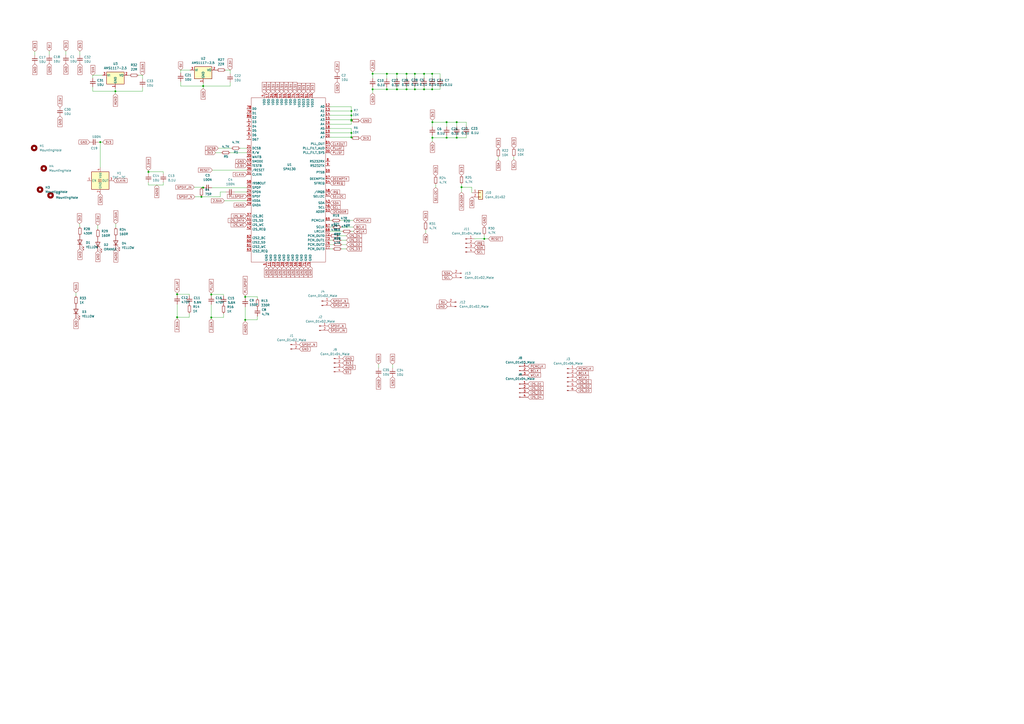
<source format=kicad_sch>
(kicad_sch (version 20230121) (generator eeschema)
  (paper "A2")
  (junction (at 116.84 114.173))
  (junction (at 259.08 70.866))
  (junction (at 245.999 51.816))
  (junction (at 235.839 42.799))
  (junction (at 250.698 42.799))
  (junction (at 142.24 185.547))
  (junction (at 122.555 170.815))
  (junction (at 267.716 108.585))
  (junction (at 240.665 42.799))
  (junction (at 245.999 42.799))
  (junction (at 216.154 42.799))
  (junction (at 250.825 70.866))
  (junction (at 86.106 99.695))
  (junction (at 203.835 77.089))
  (junction (at 102.743 170.688))
  (junction (at 224.409 51.816))
  (junction (at 250.825 79.883))
  (junction (at 122.555 184.15))
  (junction (at 259.08 79.883))
  (junction (at 216.154 51.816))
  (junction (at 66.929 52.959))
  (junction (at 203.835 79.629))
  (junction (at 230.251 42.799))
  (junction (at 58.166 82.423))
  (junction (at 235.839 51.816))
  (junction (at 264.922 70.866))
  (junction (at 203.835 64.389))
  (junction (at 280.924 138.557))
  (junction (at 102.743 184.023))
  (junction (at 264.922 79.883))
  (junction (at 240.665 51.816))
  (junction (at 117.856 49.911))
  (junction (at 203.835 69.469))
  (junction (at 203.835 66.929))
  (junction (at 117.856 108.839))
  (junction (at 203.835 69.977))
  (junction (at 224.409 42.799))
  (junction (at 142.24 172.212))
  (junction (at 230.251 51.816))
  (junction (at 250.698 51.816))
  (wire (pts (xy 298.069 90.932) (xy 298.069 92.583)))
  (wire (pts (xy 245.999 51.816) (xy 250.698 51.816)))
  (wire (pts (xy 142.24 185.547) (xy 142.24 186.436)))
  (wire (pts (xy 122.555 170.815) (xy 122.555 171.577)))
  (wire (pts (xy 20.193 32.004) (xy 20.193 29.845)))
  (wire (pts (xy 74.549 43.688) (xy 75.184 43.688)))
  (wire (pts (xy 216.154 42.799) (xy 216.154 45.466)))
  (wire (pts (xy 203.835 79.629) (xy 203.835 80.137)))
  (wire (pts (xy 109.855 171.577) (xy 109.855 170.688)))
  (wire (pts (xy 245.999 50.292) (xy 245.999 51.816)))
  (wire (pts (xy 117.856 51.308) (xy 117.856 49.911)))
  (wire (pts (xy 250.698 45.339) (xy 250.698 42.799)))
  (wire (pts (xy 227.711 213.487) (xy 227.711 211.328)))
  (wire (pts (xy 259.08 78.613) (xy 259.08 79.883)))
  (wire (pts (xy 94.742 99.695) (xy 86.106 99.695)))
  (wire (pts (xy 270.51 70.866) (xy 264.922 70.866)))
  (wire (pts (xy 46.101 129.794) (xy 46.355 131.572)))
  (wire (pts (xy 149.352 183.515) (xy 149.225 185.547)))
  (wire (pts (xy 270.51 79.883) (xy 264.922 79.883)))
  (wire (pts (xy 191.389 66.929) (xy 203.835 66.929)))
  (wire (pts (xy 82.677 50.8) (xy 82.677 52.959)))
  (wire (pts (xy 246.888 133.604) (xy 246.888 135.255)))
  (wire (pts (xy 122.555 176.657) (xy 122.555 184.15)))
  (wire (pts (xy 149.352 172.212) (xy 142.24 172.212)))
  (wire (pts (xy 94.742 100.711) (xy 94.742 99.695)))
  (wire (pts (xy 133.477 88.519) (xy 143.129 88.519)))
  (wire (pts (xy 94.742 105.791) (xy 94.742 107.315)))
  (wire (pts (xy 192.913 131.699) (xy 191.389 131.699)))
  (wire (pts (xy 203.835 61.849) (xy 191.389 61.849)))
  (wire (pts (xy 142.24 178.054) (xy 142.24 185.547)))
  (wire (pts (xy 289.052 91.186) (xy 289.052 92.837)))
  (wire (pts (xy 104.775 40.64) (xy 110.236 40.64)))
  (wire (pts (xy 58.166 82.423) (xy 57.15 82.423)))
  (wire (pts (xy 102.743 170.688) (xy 102.743 171.45)))
  (wire (pts (xy 200.914 141.859) (xy 198.374 141.859)))
  (wire (pts (xy 191.389 79.629) (xy 203.835 79.629)))
  (wire (pts (xy 224.409 51.816) (xy 216.154 51.816)))
  (wire (pts (xy 204.978 127.889) (xy 197.485 127.889)))
  (wire (pts (xy 149.352 173.228) (xy 149.352 172.212)))
  (wire (pts (xy 46.355 31.877) (xy 46.355 29.718)))
  (wire (pts (xy 192.913 139.319) (xy 191.389 139.319)))
  (wire (pts (xy 255.27 50.419) (xy 255.27 51.816)))
  (wire (pts (xy 122.936 108.839) (xy 143.129 108.839)))
  (wire (pts (xy 122.555 170.053) (xy 122.555 170.815)))
  (wire (pts (xy 235.839 42.799) (xy 240.665 42.799)))
  (wire (pts (xy 130.175 116.459) (xy 143.129 116.459)))
  (wire (pts (xy 235.839 50.292) (xy 235.839 51.816)))
  (wire (pts (xy 66.929 54.356) (xy 66.929 52.959)))
  (wire (pts (xy 126.619 85.979) (xy 134.239 85.979)))
  (wire (pts (xy 123.19 98.679) (xy 143.129 98.679)))
  (wire (pts (xy 191.389 74.549) (xy 203.835 74.549)))
  (wire (pts (xy 200.914 139.319) (xy 197.993 139.319)))
  (wire (pts (xy 53.848 43.688) (xy 59.309 43.688)))
  (wire (pts (xy 104.775 47.371) (xy 104.775 49.911)))
  (wire (pts (xy 86.106 99.695) (xy 86.106 100.711)))
  (wire (pts (xy 122.555 184.15) (xy 129.667 184.15)))
  (wire (pts (xy 250.825 70.866) (xy 250.825 73.533)))
  (wire (pts (xy 273.685 108.585) (xy 267.716 108.585)))
  (wire (pts (xy 82.677 43.688) (xy 82.677 45.72)))
  (wire (pts (xy 28.575 31.75) (xy 28.575 29.591)))
  (wire (pts (xy 240.665 50.292) (xy 240.665 51.816)))
  (wire (pts (xy 129.667 170.815) (xy 122.555 170.815)))
  (wire (pts (xy 129.667 181.864) (xy 129.667 184.15)))
  (wire (pts (xy 53.848 45.339) (xy 53.848 43.688)))
  (wire (pts (xy 129.667 171.704) (xy 129.667 170.815)))
  (wire (pts (xy 59.563 82.423) (xy 58.166 82.423)))
  (wire (pts (xy 204.978 134.239) (xy 203.708 134.239)))
  (wire (pts (xy 122.555 184.15) (xy 122.555 185.039)))
  (wire (pts (xy 264.922 73.406) (xy 264.922 70.866)))
  (wire (pts (xy 86.106 98.933) (xy 86.106 99.695)))
  (wire (pts (xy 250.825 70.866) (xy 259.08 70.866)))
  (wire (pts (xy 200.914 144.399) (xy 198.12 144.399)))
  (wire (pts (xy 240.665 42.799) (xy 245.999 42.799)))
  (wire (pts (xy 203.835 69.469) (xy 203.835 69.977)))
  (wire (pts (xy 38.227 31.75) (xy 38.227 29.591)))
  (wire (pts (xy 203.835 61.849) (xy 203.835 64.389)))
  (wire (pts (xy 193.294 141.859) (xy 191.389 141.859)))
  (wire (pts (xy 56.769 130.683) (xy 56.769 132.842)))
  (wire (pts (xy 267.716 106.807) (xy 267.716 108.585)))
  (wire (pts (xy 264.922 79.883) (xy 259.08 79.883)))
  (wire (pts (xy 191.389 77.089) (xy 203.835 77.089)))
  (wire (pts (xy 267.716 108.585) (xy 267.716 111.506)))
  (wire (pts (xy 259.08 73.533) (xy 259.08 70.866)))
  (wire (pts (xy 142.24 185.547) (xy 149.225 185.547)))
  (wire (pts (xy 259.08 79.883) (xy 250.825 79.883)))
  (wire (pts (xy 203.835 74.549) (xy 203.835 77.089)))
  (wire (pts (xy 203.835 77.089) (xy 203.835 79.629)))
  (wire (pts (xy 86.106 105.791) (xy 86.106 107.315)))
  (wire (pts (xy 203.835 66.929) (xy 203.835 69.469)))
  (wire (pts (xy 109.855 181.737) (xy 109.855 184.023)))
  (wire (pts (xy 133.477 40.64) (xy 133.477 42.672)))
  (wire (pts (xy 191.389 64.389) (xy 203.835 64.389)))
  (wire (pts (xy 125.095 88.519) (xy 128.397 88.519)))
  (wire (pts (xy 133.477 47.752) (xy 133.477 49.911)))
  (wire (pts (xy 117.856 49.911) (xy 117.856 48.26)))
  (wire (pts (xy 273.685 111.76) (xy 273.685 108.585)))
  (wire (pts (xy 116.84 108.839) (xy 117.856 108.839)))
  (wire (pts (xy 142.24 171.45) (xy 142.24 172.212)))
  (wire (pts (xy 142.24 172.212) (xy 142.24 172.974)))
  (wire (pts (xy 280.924 136.271) (xy 280.924 138.557)))
  (wire (pts (xy 200.914 136.779) (xy 196.469 136.779)))
  (wire (pts (xy 127.762 111.379) (xy 127.762 114.173)))
  (wire (pts (xy 270.51 73.279) (xy 270.51 70.866)))
  (wire (pts (xy 240.665 45.212) (xy 240.665 42.799)))
  (wire (pts (xy 102.743 184.023) (xy 102.743 184.912)))
  (wire (pts (xy 53.848 52.959) (xy 66.929 52.959)))
  (wire (pts (xy 275.082 138.557) (xy 280.924 138.557)))
  (wire (pts (xy 66.929 52.959) (xy 66.929 51.308)))
  (wire (pts (xy 280.924 138.557) (xy 283.337 138.557)))
  (wire (pts (xy 149.352 178.435) (xy 149.352 178.308)))
  (wire (pts (xy 252.73 107.061) (xy 252.73 108.712)))
  (wire (pts (xy 104.775 42.291) (xy 104.775 40.64)))
  (wire (pts (xy 235.839 51.816) (xy 240.665 51.816)))
  (wire (pts (xy 86.106 107.315) (xy 94.742 107.315)))
  (wire (pts (xy 235.839 42.799) (xy 230.251 42.799)))
  (wire (pts (xy 53.848 50.419) (xy 53.848 52.959)))
  (wire (pts (xy 216.154 51.816) (xy 216.154 50.546)))
  (wire (pts (xy 102.743 184.023) (xy 109.855 184.023)))
  (wire (pts (xy 109.855 170.688) (xy 102.743 170.688)))
  (wire (pts (xy 245.999 45.212) (xy 245.999 42.799)))
  (wire (pts (xy 44.069 169.799) (xy 44.069 171.704)))
  (wire (pts (xy 250.698 51.816) (xy 255.27 51.816)))
  (wire (pts (xy 116.84 114.173) (xy 127.762 114.173)))
  (wire (pts (xy 82.677 52.959) (xy 66.929 52.959)))
  (wire (pts (xy 192.405 127.889) (xy 191.389 127.889)))
  (wire (pts (xy 224.409 42.799) (xy 230.251 42.799)))
  (wire (pts (xy 67.183 129.794) (xy 67.183 131.953)))
  (wire (pts (xy 216.154 41.656) (xy 216.154 42.799)))
  (wire (pts (xy 250.825 79.883) (xy 250.825 78.613)))
  (wire (pts (xy 250.825 82.169) (xy 250.825 79.883)))
  (wire (pts (xy 102.743 169.926) (xy 102.743 170.688)))
  (wire (pts (xy 136.144 111.379) (xy 143.129 111.379)))
  (wire (pts (xy 250.698 42.799) (xy 245.999 42.799)))
  (wire (pts (xy 230.251 51.816) (xy 224.409 51.816)))
  (wire (pts (xy 80.264 43.688) (xy 82.677 43.688)))
  (wire (pts (xy 230.251 50.419) (xy 230.251 51.816)))
  (wire (pts (xy 193.04 144.399) (xy 191.389 144.399)))
  (wire (pts (xy 191.389 69.469) (xy 203.835 69.469)))
  (wire (pts (xy 235.839 45.212) (xy 235.839 42.799)))
  (wire (pts (xy 58.166 82.423) (xy 58.166 97.155)))
  (wire (pts (xy 198.628 134.239) (xy 191.389 134.239)))
  (wire (pts (xy 255.27 45.339) (xy 255.27 42.799)))
  (wire (pts (xy 250.825 69.723) (xy 250.825 70.866)))
  (wire (pts (xy 255.27 42.799) (xy 250.698 42.799)))
  (wire (pts (xy 240.665 51.816) (xy 245.999 51.816)))
  (wire (pts (xy 264.922 78.486) (xy 264.922 79.883)))
  (wire (pts (xy 203.835 64.389) (xy 203.835 66.929)))
  (wire (pts (xy 203.835 72.009) (xy 191.389 72.009)))
  (wire (pts (xy 203.835 69.977) (xy 203.835 72.009)))
  (wire (pts (xy 125.476 40.64) (xy 125.73 40.64)))
  (wire (pts (xy 133.477 49.911) (xy 117.856 49.911)))
  (wire (pts (xy 204.978 131.699) (xy 197.993 131.699)))
  (wire (pts (xy 259.08 70.866) (xy 264.922 70.866)))
  (wire (pts (xy 127.762 111.379) (xy 131.064 111.379)))
  (wire (pts (xy 104.775 49.911) (xy 117.856 49.911)))
  (wire (pts (xy 235.839 51.816) (xy 230.251 51.816)))
  (wire (pts (xy 117.856 108.839) (xy 117.856 108.585)))
  (wire (pts (xy 116.84 114.173) (xy 113.03 114.173)))
  (wire (pts (xy 139.319 85.979) (xy 143.129 85.979)))
  (wire (pts (xy 224.409 45.466) (xy 224.409 42.799)))
  (wire (pts (xy 130.81 40.64) (xy 133.477 40.64)))
  (wire (pts (xy 250.698 50.419) (xy 250.698 51.816)))
  (wire (pts (xy 102.743 176.53) (xy 102.743 184.023)))
  (wire (pts (xy 216.154 42.799) (xy 224.409 42.799)))
  (wire (pts (xy 270.51 78.359) (xy 270.51 79.883)))
  (wire (pts (xy 230.251 45.339) (xy 230.251 42.799)))
  (wire (pts (xy 112.649 108.585) (xy 117.856 108.585)))
  (wire (pts (xy 116.84 113.919) (xy 116.84 114.173)))
  (wire (pts (xy 224.409 50.546) (xy 224.409 51.816)))
  (wire (pts (xy 219.583 213.36) (xy 219.583 211.201)))
  (wire (pts (xy 216.154 54.102) (xy 216.154 51.816)))
  (global_label "GND" (shape input) (at 44.069 184.404 270) (property "Intersheetrefs" "${INTERSHEET_REFS}" (effects hide)))
  (global_label "2.5VA" (shape input) (at 82.677 43.688 90) (property "Intersheetrefs" "${INTERSHEET_REFS}" (effects hide)))
  (global_label "2.5V" (shape input) (at 56.769 130.683 90) (property "Intersheetrefs" "${INTERSHEET_REFS}" (effects hide)))
  (global_label "2.5V" (shape input) (at 160.909 54.229 90) (property "Intersheetrefs" "${INTERSHEET_REFS}" (effects hide)))
  (global_label "SCL" (shape input) (at 262.636 161.036 180) (property "Intersheetrefs" "${INTERSHEET_REFS}" (effects hide)))
  (global_label "PLLAF" (shape input) (at 102.743 169.926 90) (property "Intersheetrefs" "${INTERSHEET_REFS}" (effects hide)))
  (global_label "GND" (shape input) (at 46.355 144.272 270) (property "Intersheetrefs" "${INTERSHEET_REFS}" (effects hide)))
  (global_label "5V" (shape input) (at 259.588 175.26 180) (property "Intersheetrefs" "${INTERSHEET_REFS}" (effects hide)))
  (global_label "I2S_D3" (shape input) (at 200.914 144.399 0) (property "Intersheetrefs" "${INTERSHEET_REFS}" (effects hide)))
  (global_label "2.5V" (shape input) (at 216.154 41.656 90) (property "Intersheetrefs" "${INTERSHEET_REFS}" (effects hide)))
  (global_label "GND" (shape input) (at 167.259 154.559 270) (property "Intersheetrefs" "${INTERSHEET_REFS}" (effects hide)))
  (global_label "SDA" (shape input) (at 289.052 92.837 270) (property "Intersheetrefs" "${INTERSHEET_REFS}" (effects hide)))
  (global_label "GND" (shape input) (at 58.166 112.395 270) (property "Intersheetrefs" "${INTERSHEET_REFS}" (effects hide)))
  (global_label "2.5V" (shape input) (at 165.989 54.229 90) (property "Intersheetrefs" "${INTERSHEET_REFS}" (effects hide)))
  (global_label "3V3" (shape input) (at 181.229 54.229 90) (property "Intersheetrefs" "${INTERSHEET_REFS}" (effects hide)))
  (global_label "3V3" (shape input) (at 250.825 69.723 90) (property "Intersheetrefs" "${INTERSHEET_REFS}" (effects hide)))
  (global_label "3V3" (shape input) (at 208.915 80.137 0) (property "Intersheetrefs" "${INTERSHEET_REFS}" (effects hide)))
  (global_label "GND" (shape input) (at 143.129 93.599 180) (property "Intersheetrefs" "${INTERSHEET_REFS}" (effects hide)))
  (global_label "AGND" (shape input) (at 90.932 107.315 270) (property "Intersheetrefs" "${INTERSHEET_REFS}" (effects hide)))
  (global_label "SELI2C" (shape input) (at 191.389 113.919 0) (property "Intersheetrefs" "${INTERSHEET_REFS}" (effects hide)))
  (global_label "3V3" (shape input) (at 176.149 54.229 90) (property "Intersheetrefs" "${INTERSHEET_REFS}" (effects hide)))
  (global_label "I2S_D2" (shape input) (at 200.914 141.859 0) (property "Intersheetrefs" "${INTERSHEET_REFS}" (effects hide)))
  (global_label "I2S_D4" (shape input) (at 200.914 136.779 0) (property "Intersheetrefs" "${INTERSHEET_REFS}" (effects hide)))
  (global_label "AGND" (shape input) (at 143.129 118.999 180) (property "Intersheetrefs" "${INTERSHEET_REFS}" (effects hide)))
  (global_label "CLKIN" (shape input) (at 65.786 104.775 0) (property "Intersheetrefs" "${INTERSHEET_REFS}" (effects hide)))
  (global_label "3V3" (shape input) (at 298.069 85.852 90) (property "Intersheetrefs" "${INTERSHEET_REFS}" (effects hide)))
  (global_label "I2CADDR" (shape input) (at 267.716 111.506 270) (property "Intersheetrefs" "${INTERSHEET_REFS}" (effects hide)))
  (global_label "SPDIF_N" (shape input) (at 113.03 114.173 180) (property "Intersheetrefs" "${INTERSHEET_REFS}" (effects hide)))
  (global_label "3V3" (shape input) (at 198.755 210.566 0) (property "Intersheetrefs" "${INTERSHEET_REFS}" (effects hide)))
  (global_label "CLKIN" (shape input) (at 143.129 101.219 180) (property "Intersheetrefs" "${INTERSHEET_REFS}" (effects hide)))
  (global_label "SELI2C" (shape input) (at 252.73 108.712 270) (property "Intersheetrefs" "${INTERSHEET_REFS}" (effects hide)))
  (global_label "GND" (shape input) (at 162.179 154.559 270) (property "Intersheetrefs" "${INTERSHEET_REFS}" (effects hide)))
  (global_label "3V3" (shape input) (at 38.227 29.591 90) (property "Intersheetrefs" "${INTERSHEET_REFS}" (effects hide)))
  (global_label "I2S_D2" (shape input) (at 306.197 225.298 0) (property "Intersheetrefs" "${INTERSHEET_REFS}" (effects hide)))
  (global_label "2.5V" (shape input) (at 143.129 96.139 180) (property "Intersheetrefs" "${INTERSHEET_REFS}" (effects hide)))
  (global_label "5VA" (shape input) (at 44.069 169.799 90) (property "Intersheetrefs" "${INTERSHEET_REFS}" (effects hide)))
  (global_label "WCLK" (shape input) (at 204.978 134.239 0) (property "Intersheetrefs" "${INTERSHEET_REFS}" (effects hide)))
  (global_label "GND" (shape input) (at 157.099 154.559 270) (property "Intersheetrefs" "${INTERSHEET_REFS}" (effects hide)))
  (global_label "2.5V" (shape input) (at 163.449 54.229 90) (property "Intersheetrefs" "${INTERSHEET_REFS}" (effects hide)))
  (global_label "GND" (shape input) (at 154.559 154.559 270) (property "Intersheetrefs" "${INTERSHEET_REFS}" (effects hide)))
  (global_label "I2S_D1" (shape input) (at 306.197 222.758 0) (property "Intersheetrefs" "${INTERSHEET_REFS}" (effects hide)))
  (global_label "CLKOUT" (shape input) (at 191.389 83.439 0) (property "Intersheetrefs" "${INTERSHEET_REFS}" (effects hide)))
  (global_label "SCL" (shape input) (at 275.082 146.177 0) (property "Intersheetrefs" "${INTERSHEET_REFS}" (effects hide)))
  (global_label "GND" (shape input) (at 280.924 131.191 90) (property "Intersheetrefs" "${INTERSHEET_REFS}" (effects hide)))
  (global_label "GND" (shape input) (at 273.685 114.3 270) (property "Intersheetrefs" "${INTERSHEET_REFS}" (effects hide)))
  (global_label "2.5V" (shape input) (at 158.369 54.229 90) (property "Intersheetrefs" "${INTERSHEET_REFS}" (effects hide)))
  (global_label "3V3" (shape input) (at 227.711 211.328 90) (property "Intersheetrefs" "${INTERSHEET_REFS}" (effects hide)))
  (global_label "SCL" (shape input) (at 191.389 120.269 0) (property "Intersheetrefs" "${INTERSHEET_REFS}" (effects hide)))
  (global_label "GND" (shape input) (at 198.755 208.026 0) (property "Intersheetrefs" "${INTERSHEET_REFS}" (effects hide)))
  (global_label "2.5V" (shape input) (at 153.289 54.229 90) (property "Intersheetrefs" "${INTERSHEET_REFS}" (effects hide)))
  (global_label "SDA" (shape input) (at 275.082 143.637 0) (property "Intersheetrefs" "${INTERSHEET_REFS}" (effects hide)))
  (global_label "I2S_D1" (shape input) (at 334.01 221.488 0) (property "Intersheetrefs" "${INTERSHEET_REFS}" (effects hide)))
  (global_label "PLLSPDIF" (shape input) (at 143.129 113.919 180) (property "Intersheetrefs" "${INTERSHEET_REFS}" (effects hide)))
  (global_label "AGND" (shape input) (at 219.583 218.44 270) (property "Intersheetrefs" "${INTERSHEET_REFS}" (effects hide)))
  (global_label "DEEMPTH" (shape input) (at 191.389 103.759 0) (property "Intersheetrefs" "${INTERSHEET_REFS}" (effects hide)))
  (global_label "GND" (shape input) (at 195.58 47.498 270) (property "Intersheetrefs" "${INTERSHEET_REFS}" (effects hide)))
  (global_label "GND" (shape input) (at 174.879 154.559 270) (property "Intersheetrefs" "${INTERSHEET_REFS}" (effects hide)))
  (global_label "PCMCLK" (shape input) (at 306.197 212.471 0) (property "Intersheetrefs" "${INTERSHEET_REFS}" (effects hide)))
  (global_label "GND" (shape input) (at 173.609 202.438 0) (property "Intersheetrefs" "${INTERSHEET_REFS}" (effects hide)))
  (global_label "2.5VA" (shape input) (at 86.106 98.933 90) (property "Intersheetrefs" "${INTERSHEET_REFS}" (effects hide)))
  (global_label "2.5V" (shape input) (at 171.069 54.229 90) (property "Intersheetrefs" "${INTERSHEET_REFS}" (effects hide)))
  (global_label "5VA" (shape input) (at 53.848 43.688 90) (property "Intersheetrefs" "${INTERSHEET_REFS}" (effects hide)))
  (global_label "GND" (shape input) (at 28.575 36.83 270) (property "Intersheetrefs" "${INTERSHEET_REFS}" (effects hide)))
  (global_label "3V3" (shape input) (at 289.052 86.106 90) (property "Intersheetrefs" "${INTERSHEET_REFS}" (effects hide)))
  (global_label "2.5VA" (shape input) (at 67.183 129.794 90) (property "Intersheetrefs" "${INTERSHEET_REFS}" (effects hide)))
  (global_label "AGND" (shape input) (at 198.755 213.106 0) (property "Intersheetrefs" "${INTERSHEET_REFS}" (effects hide)))
  (global_label "5V" (shape input) (at 28.575 29.591 90) (property "Intersheetrefs" "${INTERSHEET_REFS}" (effects hide)))
  (global_label "PLLAF" (shape input) (at 191.389 85.979 0) (property "Intersheetrefs" "${INTERSHEET_REFS}" (effects hide)))
  (global_label "2.5V" (shape input) (at 34.798 62.23 90) (property "Intersheetrefs" "${INTERSHEET_REFS}" (effects hide)))
  (global_label "GND" (shape input) (at 227.711 218.567 270) (property "Intersheetrefs" "${INTERSHEET_REFS}" (effects hide)))
  (global_label "GND" (shape input) (at 34.798 67.31 270) (property "Intersheetrefs" "${INTERSHEET_REFS}" (effects hide)))
  (global_label "I2S_DATA" (shape input) (at 143.129 127.889 180) (property "Intersheetrefs" "${INTERSHEET_REFS}" (effects hide)))
  (global_label "GND" (shape input) (at 216.154 54.102 270) (property "Intersheetrefs" "${INTERSHEET_REFS}" (effects hide)))
  (global_label "I2S_D3" (shape input) (at 334.01 226.568 0) (property "Intersheetrefs" "${INTERSHEET_REFS}" (effects hide)))
  (global_label "AGND" (shape input) (at 142.24 186.436 270) (property "Intersheetrefs" "${INTERSHEET_REFS}" (effects hide)))
  (global_label "AGND" (shape input) (at 66.929 54.356 270) (property "Intersheetrefs" "${INTERSHEET_REFS}" (effects hide)))
  (global_label "GND" (shape input) (at 56.769 145.542 270) (property "Intersheetrefs" "${INTERSHEET_REFS}" (effects hide)))
  (global_label "5V" (shape input) (at 198.755 215.646 0) (property "Intersheetrefs" "${INTERSHEET_REFS}" (effects hide)))
  (global_label "PCMCLK" (shape input) (at 204.978 127.889 0) (property "Intersheetrefs" "${INTERSHEET_REFS}" (effects hide)))
  (global_label "GND" (shape input) (at 259.588 177.8 180) (property "Intersheetrefs" "${INTERSHEET_REFS}" (effects hide)))
  (global_label "SDA" (shape input) (at 191.389 117.729 0) (property "Intersheetrefs" "${INTERSHEET_REFS}" (effects hide)))
  (global_label "IRQ" (shape input) (at 275.082 141.097 0) (property "Intersheetrefs" "${INTERSHEET_REFS}" (effects hide)))
  (global_label "I2S_BC" (shape input) (at 143.129 125.349 180) (property "Intersheetrefs" "${INTERSHEET_REFS}" (effects hide)))
  (global_label "3V3" (shape input) (at 59.563 82.423 0) (property "Intersheetrefs" "${INTERSHEET_REFS}" (effects hide)))
  (global_label "I2S_D3" (shape input) (at 306.197 227.838 0) (property "Intersheetrefs" "${INTERSHEET_REFS}" (effects hide)))
  (global_label "PLLSF" (shape input) (at 122.555 170.053 90) (property "Intersheetrefs" "${INTERSHEET_REFS}" (effects hide)))
  (global_label "SPDIF_N" (shape input) (at 191.643 174.625 0) (property "Intersheetrefs" "${INTERSHEET_REFS}" (effects hide)))
  (global_label "3V3" (shape input) (at 178.689 54.229 90) (property "Intersheetrefs" "${INTERSHEET_REFS}" (effects hide)))
  (global_label "SPDIF_N" (shape input) (at 190.246 189.103 0) (property "Intersheetrefs" "${INTERSHEET_REFS}" (effects hide)))
  (global_label "BCLK" (shape input) (at 204.978 131.699 0) (property "Intersheetrefs" "${INTERSHEET_REFS}" (effects hide)))
  (global_label "GND" (shape input) (at 177.419 154.559 270) (property "Intersheetrefs" "${INTERSHEET_REFS}" (effects hide)))
  (global_label "DCSB" (shape input) (at 126.619 85.979 180) (property "Intersheetrefs" "${INTERSHEET_REFS}" (effects hide)))
  (global_label "2.5V" (shape input) (at 133.477 40.64 90) (property "Intersheetrefs" "${INTERSHEET_REFS}" (effects hide)))
  (global_label "IRQ" (shape input) (at 246.888 135.255 270) (property "Intersheetrefs" "${INTERSHEET_REFS}" (effects hide)))
  (global_label "GND" (shape input) (at 172.339 154.559 270) (property "Intersheetrefs" "${INTERSHEET_REFS}" (effects hide)))
  (global_label "GND" (shape input) (at 46.355 36.957 270) (property "Intersheetrefs" "${INTERSHEET_REFS}" (effects hide)))
  (global_label "3V3" (shape input) (at 252.73 101.981 90) (property "Intersheetrefs" "${INTERSHEET_REFS}" (effects hide)))
  (global_label "I2CADDR" (shape input) (at 191.389 122.809 0) (property "Intersheetrefs" "${INTERSHEET_REFS}" (effects hide)))
  (global_label "AGND" (shape input) (at 67.183 144.653 270) (property "Intersheetrefs" "${INTERSHEET_REFS}" (effects hide)))
  (global_label "GND" (shape input) (at 20.193 37.084 270) (property "Intersheetrefs" "${INTERSHEET_REFS}" (effects hide)))
  (global_label "SDA" (shape input) (at 262.636 158.496 180) (property "Intersheetrefs" "${INTERSHEET_REFS}" (effects hide)))
  (global_label "BCLK" (shape input) (at 306.197 215.011 0) (property "Intersheetrefs" "${INTERSHEET_REFS}" (effects hide)))
  (global_label "GND" (shape input) (at 117.856 51.308 270) (property "Intersheetrefs" "${INTERSHEET_REFS}" (effects hide)))
  (global_label "2.5VA" (shape input) (at 130.175 116.459 180) (property "Intersheetrefs" "${INTERSHEET_REFS}" (effects hide)))
  (global_label "GND" (shape input) (at 169.799 154.559 270) (property "Intersheetrefs" "${INTERSHEET_REFS}" (effects hide)))
  (global_label "IRQ" (shape input) (at 191.389 111.379 0) (property "Intersheetrefs" "${INTERSHEET_REFS}" (effects hide)))
  (global_label "SPDIF_IN" (shape input) (at 191.643 177.165 0) (property "Intersheetrefs" "${INTERSHEET_REFS}" (effects hide)))
  (global_label "I2S_D2" (shape input) (at 334.01 224.028 0) (property "Intersheetrefs" "${INTERSHEET_REFS}" (effects hide)))
  (global_label "3V3" (shape input) (at 46.101 129.794 90) (property "Intersheetrefs" "${INTERSHEET_REFS}" (effects hide)))
  (global_label "3V3" (shape input) (at 246.888 128.524 90) (property "Intersheetrefs" "${INTERSHEET_REFS}" (effects hide)))
  (global_label "I2S_D1" (shape input) (at 200.914 139.319 0) (property "Intersheetrefs" "${INTERSHEET_REFS}" (effects hide)))
  (global_label "GND" (shape input) (at 38.227 36.83 270) (property "Intersheetrefs" "${INTERSHEET_REFS}" (effects hide)))
  (global_label "GND" (shape input) (at 159.639 154.559 270) (property "Intersheetrefs" "${INTERSHEET_REFS}" (effects hide)))
  (global_label "2.5V" (shape input) (at 168.529 54.229 90) (property "Intersheetrefs" "${INTERSHEET_REFS}" (effects hide)))
  (global_label "RESET" (shape input) (at 283.337 138.557 0) (property "Intersheetrefs" "${INTERSHEET_REFS}" (effects hide)))
  (global_label "3V3" (shape input) (at 20.193 29.845 90) (property "Intersheetrefs" "${INTERSHEET_REFS}" (effects hide)))
  (global_label "2.5VA" (shape input) (at 102.743 184.912 270) (property "Intersheetrefs" "${INTERSHEET_REFS}" (effects hide)))
  (global_label "GND" (shape input) (at 179.959 154.559 270) (property "Intersheetrefs" "${INTERSHEET_REFS}" (effects hide)))
  (global_label "I2S_WC" (shape input) (at 143.129 130.429 180) (property "Intersheetrefs" "${INTERSHEET_REFS}" (effects hide)))
  (global_label "GND" (shape input) (at 208.915 69.977 0) (property "Intersheetrefs" "${INTERSHEET_REFS}" (effects hide)))
  (global_label "3V3" (shape input) (at 173.609 54.229 90) (property "Intersheetrefs" "${INTERSHEET_REFS}" (effects hide)))
  (global_label "2.5V" (shape input) (at 195.58 42.418 90) (property "Intersheetrefs" "${INTERSHEET_REFS}" (effects hide)))
  (global_label "2.5V" (shape input) (at 155.829 54.229 90) (property "Intersheetrefs" "${INTERSHEET_REFS}" (effects hide)))
  (global_label "GND" (shape input) (at 250.825 82.169 270) (property "Intersheetrefs" "${INTERSHEET_REFS}" (effects hide)))
  (global_label "I2S_D4" (shape input) (at 306.197 230.378 0) (property "Intersheetrefs" "${INTERSHEET_REFS}" (effects hide)))
  (global_label "PCMCLK" (shape input) (at 334.01 213.868 0) (property "Intersheetrefs" "${INTERSHEET_REFS}" (effects hide)))
  (global_label "SPDIF_IN" (shape input) (at 112.649 108.585 180) (property "Intersheetrefs" "${INTERSHEET_REFS}" (effects hide)))
  (global_label "PLLSPDIF" (shape input) (at 142.24 171.45 90) (property "Intersheetrefs" "${INTERSHEET_REFS}" (effects hide)))
  (global_label "GND" (shape input) (at 164.719 154.559 270) (property "Intersheetrefs" "${INTERSHEET_REFS}" (effects hide)))
  (global_label "WCLK" (shape input) (at 334.01 218.948 0) (property "Intersheetrefs" "${INTERSHEET_REFS}" (effects hide)))
  (global_label "PLLSF" (shape input) (at 191.389 88.519 0) (property "Intersheetrefs" "${INTERSHEET_REFS}" (effects hide)))
  (global_label "2.5VA" (shape input) (at 122.555 185.039 270) (property "Intersheetrefs" "${INTERSHEET_REFS}" (effects hide)))
  (global_label "3V3" (shape input) (at 46.355 29.718 90) (property "Intersheetrefs" "${INTERSHEET_REFS}" (effects hide)))
  (global_label "GND" (shape input) (at 52.07 82.423 180) (property "Intersheetrefs" "${INTERSHEET_REFS}" (effects hide)))
  (global_label "3V3" (shape input) (at 267.716 101.727 90) (property "Intersheetrefs" "${INTERSHEET_REFS}" (effects hide)))
  (global_label "BCLK" (shape input) (at 334.01 216.408 0) (property "Intersheetrefs" "${INTERSHEET_REFS}" (effects hide)))
  (global_label "3V3" (shape input) (at 125.095 88.519 180) (property "Intersheetrefs" "${INTERSHEET_REFS}" (effects hide)))
  (global_label "SFREQ" (shape input) (at 191.389 106.299 0) (property "Intersheetrefs" "${INTERSHEET_REFS}" (effects hide)))
  (global_label "SPDIF_N" (shape input) (at 173.609 199.898 0) (property "Intersheetrefs" "${INTERSHEET_REFS}" (effects hide)))
  (global_label "RESET" (shape input) (at 123.19 98.679 180) (property "Intersheetrefs" "${INTERSHEET_REFS}" (effects hide)))
  (global_label "5V" (shape input) (at 104.775 40.64 90) (property "Intersheetrefs" "${INTERSHEET_REFS}" (effects hide)))
  (global_label "SCL" (shape input) (at 298.069 92.583 270) (property "Intersheetrefs" "${INTERSHEET_REFS}" (effects hide)))
  (global_label "WCLK" (shape input) (at 306.197 217.551 0) (property "Intersheetrefs" "${INTERSHEET_REFS}" (effects hide)))
  (global_label "5VA" (shape input) (at 219.583 211.201 90) (property "Intersheetrefs" "${INTERSHEET_REFS}" (effects hide)))
  (global_label "SPDIF_IN" (shape input) (at 190.246 191.643 0) (property "Intersheetrefs" "${INTERSHEET_REFS}" (effects hide)))
  (symbol (lib_id "Device:C_Small") (at 133.477 45.212 0) (unit 1)
    (property "Reference" "C22" (at 135.89 43.9482 0) (effects (justify left)))
    (property "Value" "10U" (at 135.89 46.4882 0) (effects (justify left)))
    (property "Footprint" "Capacitor_SMD:C_1206_3216Metric_Pad1.33x1.80mm_HandSolder" (effects hide))
  )
  (symbol (lib_id "Device:C_Small") (at 216.154 48.006 0) (unit 1)
    (property "Reference" "C10" (at 218.821 46.7422 0) (effects (justify left)))
    (property "Value" "0.1U" (at 218.821 49.2822 0) (effects (justify left)))
    (property "Footprint" "Capacitor_SMD:C_0603_1608Metric_Pad1.08x0.95mm_HandSolder" (effects hide))
  )
  (symbol (lib_id "Device:C_Small") (at 34.798 64.77 0) (unit 1)
    (property "Reference" "C30" (at 37.211 63.5062 0) (effects (justify left)))
    (property "Value" "10U" (at 37.211 66.0462 0) (effects (justify left)))
    (property "Footprint" "Capacitor_SMD:C_1206_3216Metric_Pad1.33x1.80mm_HandSolder" (effects hide))
  )
  (symbol (lib_id "Connector:Conn_01x04_Male") (at 193.675 210.566 0) (unit 1)
    (property "Reference" "J9" (at 194.31 202.819 0))
    (property "Value" "Conn_01x04_Male" (at 194.31 205.359 0))
    (property "Footprint" "Connector_JST:JST_XH_B4B-XH-A_1x04_P2.50mm_Vertical" (effects hide))
  )
  (symbol (lib_id "Regulator_Linear:AMS1117-2.5") (at 117.856 40.64 0) (unit 1)
    (property "Reference" "U2" (at 117.856 33.909 0))
    (property "Value" "AMS1117-2.5" (at 117.856 36.449 0))
    (property "Footprint" "Package_TO_SOT_SMD:SOT-223" (effects hide))
    (property "Datasheet" "http://www.advanced-monolithic.com/pdf/ds1117.pdf" (effects hide))
  )
  (symbol (lib_id "Device:C_Small") (at 28.575 34.29 0) (unit 1)
    (property "Reference" "C18" (at 30.988 33.0262 0) (effects (justify left)))
    (property "Value" "10U" (at 30.988 35.5662 0) (effects (justify left)))
    (property "Footprint" "Capacitor_SMD:C_1206_3216Metric_Pad1.33x1.80mm_HandSolder" (effects hide))
  )
  (symbol (lib_id "Connector:Conn_01x02_Male") (at 186.563 174.625 0) (unit 1)
    (property "Reference" "J4" (at 187.198 169.037 0))
    (property "Value" "Conn_01x02_Male" (at 187.198 171.577 0))
    (property "Footprint" "Connector_JST:JST_PH_B2B-PH-K_1x02_P2.00mm_Vertical" (effects hide))
  )
  (symbol (lib_id "Connector:Conn_01x02_Male") (at 185.166 189.103 0) (unit 1)
    (property "Reference" "J2" (at 185.801 183.896 0))
    (property "Value" "Conn_01x02_Male" (at 185.801 186.436 0))
    (property "Footprint" "Connector_PinHeader_2.54mm:PinHeader_1x02_P2.54mm_Vertical" (effects hide))
  )
  (symbol (lib_id "Device:R_Small") (at 195.834 141.859 90) (unit 1)
    (property "Reference" "R17" (at 195.834 135.89 90))
    (property "Value" "47R" (at 195.834 138.43 90))
    (property "Footprint" "Resistor_SMD:R_0805_2012Metric_Pad1.20x1.40mm_HandSolder" (effects hide))
  )
  (symbol (lib_id "Device:C_Small") (at 94.742 103.251 0) (unit 1)
    (property "Reference" "C13" (at 97.409 101.9872 0) (effects (justify left)))
    (property "Value" "0.1U" (at 97.409 104.5272 0) (effects (justify left)))
    (property "Footprint" "Capacitor_SMD:C_0603_1608Metric_Pad1.08x0.95mm_HandSolder" (effects hide))
  )
  (symbol (lib_id "Device:R_Small") (at 67.183 134.493 0) (unit 1)
    (property "Reference" "R34" (at 69.215 133.2229 0) (effects (justify left)))
    (property "Value" "160R" (at 69.215 135.7629 0) (effects (justify left)))
    (property "Footprint" "Resistor_SMD:R_0603_1608Metric_Pad0.98x0.95mm_HandSolder" (effects hide))
  )
  (symbol (lib_id "Device:C_Small") (at 255.27 47.879 0) (unit 1)
    (property "Reference" "C7" (at 257.937 46.6152 0) (effects (justify left)))
    (property "Value" "0.1U" (at 257.937 49.1552 0) (effects (justify left)))
    (property "Footprint" "Capacitor_SMD:C_0603_1608Metric_Pad1.08x0.95mm_HandSolder" (effects hide))
  )
  (symbol (lib_id "Device:C_Small") (at 264.922 75.946 0) (unit 1)
    (property "Reference" "C20" (at 267.589 74.6822 0) (effects (justify left)))
    (property "Value" "0.1U" (at 267.589 77.2222 0) (effects (justify left)))
    (property "Footprint" "Capacitor_SMD:C_0603_1608Metric_Pad1.08x0.95mm_HandSolder" (effects hide))
  )
  (symbol (lib_id "Connector_Generic:Conn_01x02") (at 278.765 111.76 0) (unit 1)
    (property "Reference" "J10" (at 281.432 111.7599 0) (effects (justify left)))
    (property "Value" "Conn_01x02" (at 281.432 114.2999 0) (effects (justify left)))
    (property "Footprint" "Connector_PinHeader_2.54mm:PinHeader_1x02_P2.54mm_Vertical" (effects hide))
  )
  (symbol (lib_id "Device:R_Small") (at 267.716 104.267 0) (unit 1)
    (property "Reference" "R25" (at 269.748 102.9969 0) (effects (justify left)))
    (property "Value" "4.7K" (at 269.748 105.5369 0) (effects (justify left)))
    (property "Footprint" "Resistor_SMD:R_0603_1608Metric_Pad0.98x0.95mm_HandSolder" (effects hide))
  )
  (symbol (lib_id "Device:R_Small") (at 195.58 144.399 90) (unit 1)
    (property "Reference" "R15" (at 195.58 138.43 90))
    (property "Value" "47R" (at 195.58 140.97 90))
    (property "Footprint" "Resistor_SMD:R_0805_2012Metric_Pad1.20x1.40mm_HandSolder" (effects hide))
  )
  (symbol (lib_id "Device:R_Small") (at 44.069 174.244 0) (unit 1)
    (property "Reference" "R33" (at 46.101 172.9739 0) (effects (justify left)))
    (property "Value" "1K" (at 46.101 175.5139 0) (effects (justify left)))
    (property "Footprint" "Resistor_SMD:R_0603_1608Metric_Pad0.98x0.95mm_HandSolder" (effects hide))
  )
  (symbol (lib_id "Device:C_Small") (at 270.51 75.819 0) (unit 1)
    (property "Reference" "C23" (at 273.177 74.5552 0) (effects (justify left)))
    (property "Value" "0.1U" (at 273.177 77.0952 0) (effects (justify left)))
    (property "Footprint" "Capacitor_SMD:C_0603_1608Metric_Pad1.08x0.95mm_HandSolder" (effects hide))
  )
  (symbol (lib_id "Device:R_Small") (at 56.769 135.382 0) (unit 1)
    (property "Reference" "R29" (at 58.801 134.1119 0) (effects (justify left)))
    (property "Value" "160R" (at 58.801 136.6519 0) (effects (justify left)))
    (property "Footprint" "Resistor_SMD:R_0603_1608Metric_Pad0.98x0.95mm_HandSolder" (effects hide))
  )
  (symbol (lib_id "Device:C_Small") (at 46.355 34.417 0) (unit 1)
    (property "Reference" "C32" (at 48.768 33.1532 0) (effects (justify left)))
    (property "Value" "10U" (at 48.768 35.6932 0) (effects (justify left)))
    (property "Footprint" "Capacitor_SMD:C_1206_3216Metric_Pad1.33x1.80mm_HandSolder" (effects hide))
  )
  (symbol (lib_id "Device:LED") (at 44.069 180.594 90) (unit 1)
    (property "Reference" "D3" (at 47.498 180.9114 90) (effects (justify right)))
    (property "Value" "YELLOW" (at 47.498 183.4514 90) (effects (justify right)))
    (property "Footprint" "LED_SMD:LED_0805_2012Metric_Pad1.15x1.40mm_HandSolder" (effects hide))
  )
  (symbol (lib_id "Connector:Conn_01x04_Male") (at 301.117 225.298 0) (unit 1)
    (property "Reference" "J6" (at 301.752 217.17 0))
    (property "Value" "Conn_01x04_Male" (at 301.752 219.71 0))
    (property "Footprint" "Connector_JST:JST_PH_B4B-PH-K_1x04_P2.00mm_Vertical" (effects hide))
  )
  (symbol (lib_id "Device:C_Small") (at 250.698 47.879 0) (unit 1)
    (property "Reference" "C24" (at 253.365 46.6152 0) (effects (justify left)))
    (property "Value" "0.1U" (at 253.365 49.1552 0) (effects (justify left)))
    (property "Footprint" "Capacitor_SMD:C_0603_1608Metric_Pad1.08x0.95mm_HandSolder" (effects hide))
  )
  (symbol (lib_id "Device:C_Small") (at 219.583 215.9 0) (unit 1)
    (property "Reference" "C35" (at 221.996 214.6362 0) (effects (justify left)))
    (property "Value" "10U" (at 221.996 217.1762 0) (effects (justify left)))
    (property "Footprint" "Capacitor_SMD:C_1206_3216Metric_Pad1.33x1.80mm_HandSolder" (effects hide))
  )
  (symbol (lib_id "Device:C_Small") (at 240.665 47.752 0) (unit 1)
    (property "Reference" "C5" (at 243.332 46.4882 0) (effects (justify left)))
    (property "Value" "0.1U" (at 243.332 49.0282 0) (effects (justify left)))
    (property "Footprint" "Capacitor_SMD:C_0603_1608Metric_Pad1.08x0.95mm_HandSolder" (effects hide))
  )
  (symbol (lib_id "Device:R_Small") (at 194.945 127.889 90) (unit 1)
    (property "Reference" "R19" (at 194.945 125.095 90))
    (property "Value" "47R" (at 199.517 126.619 90))
    (property "Footprint" "Resistor_SMD:R_0805_2012Metric_Pad1.20x1.40mm_HandSolder" (effects hide))
  )
  (symbol (lib_id "Device:R_Small") (at 128.27 40.64 90) (unit 1)
    (property "Reference" "R27" (at 128.27 34.671 90))
    (property "Value" "22R" (at 128.27 37.211 90))
    (property "Footprint" "Resistor_SMD:R_0805_2012Metric_Pad1.20x1.40mm_HandSolder" (effects hide))
  )
  (symbol (lib_id "Device:R_Small") (at 280.924 133.731 0) (unit 1)
    (property "Reference" "R30" (at 283.083 132.4609 0) (effects (justify left)))
    (property "Value" "4.7K" (at 283.083 135.0009 0) (effects (justify left)))
    (property "Footprint" "Resistor_SMD:R_0603_1608Metric_Pad0.98x0.95mm_HandSolder" (effects hide))
  )
  (symbol (lib_id "Device:C_Small") (at 54.61 82.423 270) (unit 1)
    (property "Reference" "C19" (at 52.705 85.979 90) (effects (justify left)))
    (property "Value" "100N" (at 53.34 79.375 90) (effects (justify left)))
    (property "Footprint" "Capacitor_SMD:C_0603_1608Metric_Pad1.08x0.95mm_HandSolder" (effects hide))
  )
  (symbol (lib_id "Audio:SPA130") (at 167.259 153.289 0) (unit 1)
    (property "Reference" "U1" (at 167.894 95.504 0))
    (property "Value" "SPA130" (at 167.894 98.044 0))
    (property "Footprint" "Package_QFP:LQFP-80_14x14mm_P0.65mm" (effects hide))
  )
  (symbol (lib_id "Mechanical:MountingHole") (at 25.4 97.663 0) (unit 1)
    (property "Reference" "H4" (at 28.448 96.3929 0) (effects (justify left)))
    (property "Value" "MountingHole" (at 28.448 98.9329 0) (effects (justify left)))
    (property "Footprint" "MountingHole:MountingHole_3.2mm_M3" (effects hide))
  )
  (symbol (lib_id "Device:C_Small") (at 109.855 174.117 0) (unit 1)
    (property "Reference" "C11" (at 112.268 172.8532 0) (effects (justify left)))
    (property "Value" "5.6N" (at 112.268 175.3932 0) (effects (justify left)))
    (property "Footprint" "Capacitor_SMD:C_0805_2012Metric_Pad1.18x1.45mm_HandSolder" (effects hide))
  )
  (symbol (lib_id "Device:R_Small") (at 201.168 134.239 90) (unit 1)
    (property "Reference" "R20" (at 201.168 128.27 90))
    (property "Value" "47R" (at 201.168 130.81 90))
    (property "Footprint" "Resistor_SMD:R_0805_2012Metric_Pad1.20x1.40mm_HandSolder" (effects hide))
  )
  (symbol (lib_id "Device:C_Small") (at 122.555 174.117 0) (unit 1)
    (property "Reference" "C16" (at 124.968 172.8532 0) (effects (justify left)))
    (property "Value" "470P" (at 124.968 175.3932 0) (effects (justify left)))
    (property "Footprint" "Capacitor_SMD:C_0805_2012Metric_Pad1.18x1.45mm_HandSolder" (effects hide))
  )
  (symbol (lib_id "Device:R_Small") (at 195.453 131.699 90) (unit 1)
    (property "Reference" "R21" (at 195.326 130.048 90))
    (property "Value" "47R" (at 199.898 131.445 90))
    (property "Footprint" "Resistor_SMD:R_0805_2012Metric_Pad1.20x1.40mm_HandSolder" (effects hide))
  )
  (symbol (lib_id "Device:R_Small") (at 136.779 85.979 90) (unit 1)
    (property "Reference" "R1" (at 136.906 88.265 90))
    (property "Value" "4.7K" (at 136.779 82.55 90))
    (property "Footprint" "Resistor_SMD:R_0603_1608Metric_Pad0.98x0.95mm_HandSolder" (effects hide))
  )
  (symbol (lib_id "Device:R_Small") (at 193.929 136.779 90) (unit 1)
    (property "Reference" "R26" (at 193.929 130.81 90))
    (property "Value" "47R" (at 193.929 133.35 90))
    (property "Footprint" "Resistor_SMD:R_0805_2012Metric_Pad1.20x1.40mm_HandSolder" (effects hide))
  )
  (symbol (lib_id "Device:C_Small") (at 245.999 47.752 0) (unit 1)
    (property "Reference" "C25" (at 248.666 46.4882 0) (effects (justify left)))
    (property "Value" "0.1U" (at 248.666 49.0282 0) (effects (justify left)))
    (property "Footprint" "Capacitor_SMD:C_0603_1608Metric_Pad1.08x0.95mm_HandSolder" (effects hide))
  )
  (symbol (lib_id "Device:R_Small") (at 77.724 43.688 90) (unit 1)
    (property "Reference" "R32" (at 77.724 37.719 90))
    (property "Value" "22R" (at 77.724 40.259 90))
    (property "Footprint" "Resistor_SMD:R_0805_2012Metric_Pad1.20x1.40mm_HandSolder" (effects hide))
  )
  (symbol (lib_id "Oscillator:TXC-7C") (at 58.166 104.775 0) (unit 1)
    (property "Reference" "X1" (at 69.088 100.4443 0))
    (property "Value" "TXC-7C" (at 69.088 102.9843 0))
    (property "Footprint" "Oscillator:Oscillator_SMD_EuroQuartz_XO32-4Pin_3.2x2.5mm_HandSoldering" (effects hide))
    (property "Datasheet" "http://www.txccorp.com/download/products/osc/7C_o.pdf" (effects hide))
  )
  (symbol (lib_id "Device:C_Small") (at 102.743 173.99 0) (unit 1)
    (property "Reference" "C12" (at 105.156 172.7262 0) (effects (justify left)))
    (property "Value" "470P" (at 105.156 175.2662 0) (effects (justify left)))
    (property "Footprint" "Capacitor_SMD:C_0805_2012Metric_Pad1.18x1.45mm_HandSolder" (effects hide))
  )
  (symbol (lib_id "Device:C_Small") (at 20.193 34.544 0) (unit 1)
    (property "Reference" "C17" (at 22.606 33.2802 0) (effects (justify left)))
    (property "Value" "10U" (at 22.606 35.8202 0) (effects (justify left)))
    (property "Footprint" "Capacitor_SMD:C_1206_3216Metric_Pad1.33x1.80mm_HandSolder" (effects hide))
  )
  (symbol (lib_id "Device:C_Small") (at 120.396 108.839 90) (unit 1)
    (property "Reference" "C3" (at 120.4023 101.727 90))
    (property "Value" "100N" (at 120.4023 104.267 90))
    (property "Footprint" "Capacitor_SMD:C_0805_2012Metric_Pad1.18x1.45mm_HandSolder" (effects hide))
  )
  (symbol (lib_id "Device:C_Small") (at 250.825 76.073 0) (unit 1)
    (property "Reference" "C6" (at 253.492 74.8092 0) (effects (justify left)))
    (property "Value" "0.1U" (at 253.492 77.3492 0) (effects (justify left)))
    (property "Footprint" "Capacitor_SMD:C_0603_1608Metric_Pad1.08x0.95mm_HandSolder" (effects hide))
  )
  (symbol (lib_id "Device:C_Small") (at 133.604 111.379 90) (unit 1)
    (property "Reference" "C4" (at 133.6103 104.267 90))
    (property "Value" "100N" (at 133.6103 106.807 90))
    (property "Footprint" "Capacitor_SMD:C_0805_2012Metric_Pad1.18x1.45mm_HandSolder" (effects hide))
  )
  (symbol (lib_id "Connector:Conn_01x02_Male") (at 267.716 161.036 180) (unit 1)
    (property "Reference" "J13" (at 269.494 158.4959 0) (effects (justify right)))
    (property "Value" "Conn_01x02_Male" (at 269.494 161.0359 0) (effects (justify right)))
    (property "Footprint" "Connector_JST:JST_PH_B2B-PH-K_1x02_P2.00mm_Vertical" (effects hide))
  )
  (symbol (lib_id "Connector:Conn_01x06_Male") (at 328.93 218.948 0) (unit 1)
    (property "Reference" "J3" (at 329.565 208.28 0))
    (property "Value" "Conn_01x06_Male" (at 329.565 210.82 0))
    (property "Footprint" "Connector_PinHeader_2.54mm:PinHeader_1x06_P2.54mm_Vertical" (effects hide))
  )
  (symbol (lib_id "Mechanical:MountingHole") (at 19.812 85.852 0) (unit 1)
    (property "Reference" "H1" (at 22.86 84.5819 0) (effects (justify left)))
    (property "Value" "MountingHole" (at 22.86 87.1219 0) (effects (justify left)))
    (property "Footprint" "MountingHole:MountingHole_3.2mm_M3" (effects hide))
  )
  (symbol (lib_id "Mechanical:MountingHole") (at 23.2254 110.0113 0) (unit 1)
    (property "Reference" "H3" (at 26.2734 108.7412 0) (effects (justify left)))
    (property "Value" "MountingHole" (at 26.2734 111.2812 0) (effects (justify left)))
    (property "Footprint" "MountingHole:MountingHole_3.2mm_M3" (effects hide))
  )
  (symbol (lib_id "Device:C_Small") (at 195.58 44.958 0) (unit 1)
    (property "Reference" "C2" (at 197.993 43.6942 0) (effects (justify left)))
    (property "Value" "10U" (at 197.993 46.2342 0) (effects (justify left)))
    (property "Footprint" "Capacitor_SMD:C_1206_3216Metric_Pad1.33x1.80mm_HandSolder" (effects hide))
  )
  (symbol (lib_id "Device:C_Small") (at 86.106 103.251 0) (unit 1)
    (property "Reference" "C14" (at 88.519 101.9872 0) (effects (justify left)))
    (property "Value" "10U" (at 88.519 104.5272 0) (effects (justify left)))
    (property "Footprint" "Capacitor_SMD:C_0805_2012Metric_Pad1.18x1.45mm_HandSolder" (effects hide))
  )
  (symbol (lib_id "Device:R_Small") (at 109.855 179.197 0) (unit 1)
    (property "Reference" "R14" (at 111.887 177.9269 0) (effects (justify left)))
    (property "Value" "1K" (at 111.887 180.4669 0) (effects (justify left)))
    (property "Footprint" "Resistor_SMD:R_0603_1608Metric_Pad0.98x0.95mm_HandSolder" (effects hide))
  )
  (symbol (lib_id "Device:C_Small") (at 235.839 47.752 0) (unit 1)
    (property "Reference" "C28" (at 238.506 46.4882 0) (effects (justify left)))
    (property "Value" "0.1U" (at 238.506 49.0282 0) (effects (justify left)))
    (property "Footprint" "Capacitor_SMD:C_0603_1608Metric_Pad1.08x0.95mm_HandSolder" (effects hide))
  )
  (symbol (lib_id "Device:C_Small") (at 224.409 48.006 0) (unit 1)
    (property "Reference" "C27" (at 227.076 46.7422 0) (effects (justify left)))
    (property "Value" "0.1U" (at 227.076 49.2822 0) (effects (justify left)))
    (property "Footprint" "Capacitor_SMD:C_0603_1608Metric_Pad1.08x0.95mm_HandSolder" (effects hide))
  )
  (symbol (lib_id "Device:R_Small") (at 246.888 131.064 0) (unit 1)
    (property "Reference" "R31" (at 248.92 129.7939 0) (effects (justify left)))
    (property "Value" "4.7K" (at 248.92 132.3339 0) (effects (justify left)))
    (property "Footprint" "Resistor_SMD:R_0603_1608Metric_Pad0.98x0.95mm_HandSolder" (effects hide))
  )
  (symbol (lib_id "Connector:Conn_01x02_Male") (at 168.529 199.898 0) (unit 1)
    (property "Reference" "J1" (at 169.164 194.691 0))
    (property "Value" "Conn_01x02_Male" (at 169.164 197.231 0))
    (property "Footprint" "Connector_PinHeader_2.54mm:PinHeader_1x02_P2.54mm_Vertical" (effects hide))
  )
  (symbol (lib_id "Device:R_Small") (at 130.937 88.519 90) (unit 1)
    (property "Reference" "R5" (at 131.064 90.805 90))
    (property "Value" "4.7K" (at 130.937 85.09 90))
    (property "Footprint" "Resistor_SMD:R_0603_1608Metric_Pad0.98x0.95mm_HandSolder" (effects hide))
  )
  (symbol (lib_id "Device:R_Small") (at 206.375 80.137 90) (unit 1)
    (property "Reference" "R6" (at 206.375 74.168 90))
    (property "Value" "10K" (at 206.375 76.708 90))
    (property "Footprint" "Resistor_SMD:R_0603_1608Metric_Pad0.98x0.95mm_HandSolder" (effects hide))
  )
  (symbol (lib_id "Mechanical:MountingHole") (at 29.3214 113.3133 0) (unit 1)
    (property "Reference" "H2" (at 32.3694 112.0432 0) (effects (justify left)))
    (property "Value" "MountingHole" (at 32.3694 114.5832 0) (effects (justify left)))
    (property "Footprint" "MountingHole:MountingHole_3.2mm_M3" (effects hide))
  )
  (symbol (lib_id "Connector:Conn_01x04_Male") (at 270.002 141.097 0) (unit 1)
    (property "Reference" "J11" (at 270.637 132.842 0))
    (property "Value" "Conn_01x04_Male" (at 270.637 135.382 0))
    (property "Footprint" "Connector_JST:JST_PH_B4B-PH-K_1x04_P2.00mm_Vertical" (effects hide))
  )
  (symbol (lib_id "Connector:Conn_01x03_Male") (at 301.117 215.011 0) (unit 1)
    (property "Reference" "J8" (at 301.752 207.645 0))
    (property "Value" "Conn_01x03_Male" (at 301.752 210.185 0))
    (property "Footprint" "Connector_JST:JST_PH_B3B-PH-K_1x03_P2.00mm_Vertical" (effects hide))
  )
  (symbol (lib_id "Device:R_Small") (at 129.667 179.324 0) (unit 1)
    (property "Reference" "R16" (at 131.699 178.0539 0) (effects (justify left)))
    (property "Value" "1K" (at 131.699 180.5939 0) (effects (justify left)))
    (property "Footprint" "Resistor_SMD:R_0603_1608Metric_Pad0.98x0.95mm_HandSolder" (effects hide))
  )
  (symbol (lib_id "Device:C_Small") (at 129.667 174.244 0) (unit 1)
    (property "Reference" "C15" (at 132.08 172.9802 0) (effects (justify left)))
    (property "Value" "5.6N" (at 132.08 175.5202 0) (effects (justify left)))
    (property "Footprint" "Capacitor_SMD:C_0805_2012Metric_Pad1.18x1.45mm_HandSolder" (effects hide))
  )
  (symbol (lib_id "Device:R_Small") (at 116.84 111.379 0) (unit 1)
    (property "Reference" "R4" (at 118.872 110.1089 0) (effects (justify left)))
    (property "Value" "75R" (at 118.872 112.6489 0) (effects (justify left)))
    (property "Footprint" "Resistor_SMD:R_0603_1608Metric_Pad0.98x0.95mm_HandSolder" (effects hide))
  )
  (symbol (lib_id "Device:C_Small") (at 227.711 216.027 0) (unit 1)
    (property "Reference" "C34" (at 230.124 214.7632 0) (effects (justify left)))
    (property "Value" "10U" (at 230.124 217.3032 0) (effects (justify left)))
    (property "Footprint" "Capacitor_SMD:C_1206_3216Metric_Pad1.33x1.80mm_HandSolder" (effects hide))
  )
  (symbol (lib_id "Regulator_Linear:AMS1117-2.5") (at 66.929 43.688 0) (unit 1)
    (property "Reference" "U3" (at 66.929 36.957 0))
    (property "Value" "AMS1117-2.5" (at 66.929 39.497 0))
    (property "Footprint" "Package_TO_SOT_SMD:SOT-223" (effects hide))
    (property "Datasheet" "http://www.advanced-monolithic.com/pdf/ds1117.pdf" (effects hide))
  )
  (symbol (lib_id "Device:LED") (at 67.183 140.843 90) (unit 1)
    (property "Reference" "D4" (at 70.612 141.1604 90) (effects (justify right)))
    (property "Value" "YELLOW" (at 70.612 143.7004 90) (effects (justify right)))
    (property "Footprint" "LED_SMD:LED_0805_2012Metric_Pad1.15x1.40mm_HandSolder" (effects hide))
  )
  (symbol (lib_id "Device:R_Small") (at 252.73 104.521 0) (unit 1)
    (property "Reference" "R24" (at 254.762 103.2509 0) (effects (justify left)))
    (property "Value" "4.7K" (at 254.762 105.7909 0) (effects (justify left)))
    (property "Footprint" "Resistor_SMD:R_0603_1608Metric_Pad0.98x0.95mm_HandSolder" (effects hide))
  )
  (symbol (lib_id "Device:R_Small") (at 289.052 88.646 0) (unit 1)
    (property "Reference" "R22" (at 291.084 87.3759 0) (effects (justify left)))
    (property "Value" "10K" (at 291.084 89.9159 0) (effects (justify left)))
    (property "Footprint" "Resistor_SMD:R_0603_1608Metric_Pad0.98x0.95mm_HandSolder" (effects hide))
  )
  (symbol (lib_id "Device:R_Small") (at 206.375 69.977 90) (unit 1)
    (property "Reference" "R7" (at 206.375 64.008 90))
    (property "Value" "10K" (at 206.375 66.548 90))
    (property "Footprint" "Resistor_SMD:R_0603_1608Metric_Pad0.98x0.95mm_HandSolder" (effects hide))
  )
  (symbol (lib_id "Connector:Conn_01x02_Male") (at 264.668 177.8 180) (unit 1)
    (property "Reference" "J12" (at 266.446 175.2599 0) (effects (justify right)))
    (property "Value" "Conn_01x02_Male" (at 266.446 177.7999 0) (effects (justify right)))
    (property "Footprint" "Connector_JST:JST_PH_B2B-PH-K_1x02_P2.00mm_Vertical" (effects hide))
  )
  (symbol (lib_id "Device:C_Small") (at 53.848 47.879 0) (unit 1)
    (property "Reference" "C31" (at 56.261 46.6152 0) (effects (justify left)))
    (property "Value" "10U" (at 56.261 49.1552 0) (effects (justify left)))
    (property "Footprint" "Capacitor_SMD:C_0805_2012Metric_Pad1.18x1.45mm_HandSolder" (effects hide))
  )
  (symbol (lib_id "Device:C_Small") (at 142.24 175.514 0) (unit 1)
    (property "Reference" "C9" (at 144.653 174.2502 0) (effects (justify left)))
    (property "Value" "150P" (at 144.653 176.7902 0) (effects (justify left)))
    (property "Footprint" "Capacitor_SMD:C_0805_2012Metric_Pad1.18x1.45mm_HandSolder" (effects hide))
  )
  (symbol (lib_id "Device:LED") (at 46.355 140.462 90) (unit 1)
    (property "Reference" "D1" (at 49.784 140.7794 90) (effects (justify right)))
    (property "Value" "YELLOW" (at 49.784 143.3194 90) (effects (justify right)))
    (property "Footprint" "LED_SMD:LED_0805_2012Metric_Pad1.15x1.40mm_HandSolder" (effects hide))
  )
  (symbol (lib_id "Device:R_Small") (at 298.069 88.392 0) (unit 1)
    (property "Reference" "R23" (at 300.101 87.1219 0) (effects (justify left)))
    (property "Value" "10K" (at 300.101 89.6619 0) (effects (justify left)))
    (property "Footprint" "Resistor_SMD:R_0603_1608Metric_Pad0.98x0.95mm_HandSolder" (effects hide))
  )
  (symbol (lib_id "Device:C_Small") (at 38.227 34.29 0) (unit 1)
    (property "Reference" "C1" (at 40.64 33.0262 0) (effects (justify left)))
    (property "Value" "10U" (at 40.64 35.5662 0) (effects (justify left)))
    (property "Footprint" "Capacitor_SMD:C_1206_3216Metric_Pad1.33x1.80mm_HandSolder" (effects hide))
  )
  (symbol (lib_id "Device:LED") (at 56.769 141.732 90) (unit 1)
    (property "Reference" "D2" (at 60.198 142.0494 90) (effects (justify right)))
    (property "Value" "ORANGE" (at 60.198 144.5894 90) (effects (justify right)))
    (property "Footprint" "LED_SMD:LED_0805_2012Metric_Pad1.15x1.40mm_HandSolder" (effects hide))
  )
  (symbol (lib_id "Device:C_Small") (at 230.251 47.879 0) (unit 1)
    (property "Reference" "C29" (at 232.918 46.6152 0) (effects (justify left)))
    (property "Value" "0.1U" (at 232.918 49.1552 0) (effects (justify left)))
    (property "Footprint" "Capacitor_SMD:C_0603_1608Metric_Pad1.08x0.95mm_HandSolder" (effects hide))
  )
  (symbol (lib_id "Device:C_Small") (at 259.08 76.073 0) (unit 1)
    (property "Reference" "C26" (at 261.747 74.8092 0) (effects (justify left)))
    (property "Value" "0.1U" (at 261.747 77.3492 0) (effects (justify left)))
    (property "Footprint" "Capacitor_SMD:C_0603_1608Metric_Pad1.08x0.95mm_HandSolder" (effects hide))
  )
  (symbol (lib_id "Device:R_Small") (at 149.352 175.768 0) (unit 1)
    (property "Reference" "R13" (at 151.384 174.4979 0) (effects (justify left)))
    (property "Value" "330R" (at 151.384 177.0379 0) (effects (justify left)))
    (property "Footprint" "Resistor_SMD:R_0603_1608Metric_Pad0.98x0.95mm_HandSolder" (effects hide))
  )
  (symbol (lib_id "Device:C_Small") (at 149.352 180.975 0) (unit 1)
    (property "Reference" "C8" (at 151.765 179.7112 0) (effects (justify left)))
    (property "Value" "4.7N" (at 151.765 182.2512 0) (effects (justify left)))
    (property "Footprint" "Capacitor_SMD:C_0805_2012Metric_Pad1.18x1.45mm_HandSolder" (effects hide))
  )
  (symbol (lib_id "Device:C_Small") (at 82.677 48.26 0) (unit 1)
    (property "Reference" "C33" (at 85.09 46.9962 0) (effects (justify left)))
    (property "Value" "10U" (at 85.09 49.5362 0) (effects (justify left)))
    (property "Footprint" "Capacitor_SMD:C_1206_3216Metric_Pad1.33x1.80mm_HandSolder" (effects hide))
  )
  (symbol (lib_id "Device:C_Small") (at 104.775 44.831 0) (unit 1)
    (property "Reference" "C21" (at 107.188 43.5672 0) (effects (justify left)))
    (property "Value" "10U" (at 107.188 46.1072 0) (effects (justify left)))
    (property "Footprint" "Capacitor_SMD:C_0805_2012Metric_Pad1.18x1.45mm_HandSolder" (effects hide))
  )
  (symbol (lib_id "Device:R_Small") (at 46.355 134.112 0) (unit 1)
    (property "Reference" "R28" (at 48.387 132.8419 0) (effects (justify left)))
    (property "Value" "430R" (at 48.387 135.3819 0) (effects (justify left)))
    (property "Footprint" "Resistor_SMD:R_0603_1608Metric_Pad0.98x0.95mm_HandSolder" (effects hide))
  )
  (symbol (lib_id "Device:R_Small") (at 195.453 139.319 90) (unit 1)
    (property "Reference" "R18" (at 195.453 133.35 90))
    (property "Value" "47R" (at 195.453 135.89 90))
    (property "Footprint" "Resistor_SMD:R_0805_2012Metric_Pad1.20x1.40mm_HandSolder" (effects hide))
  )
)
</source>
